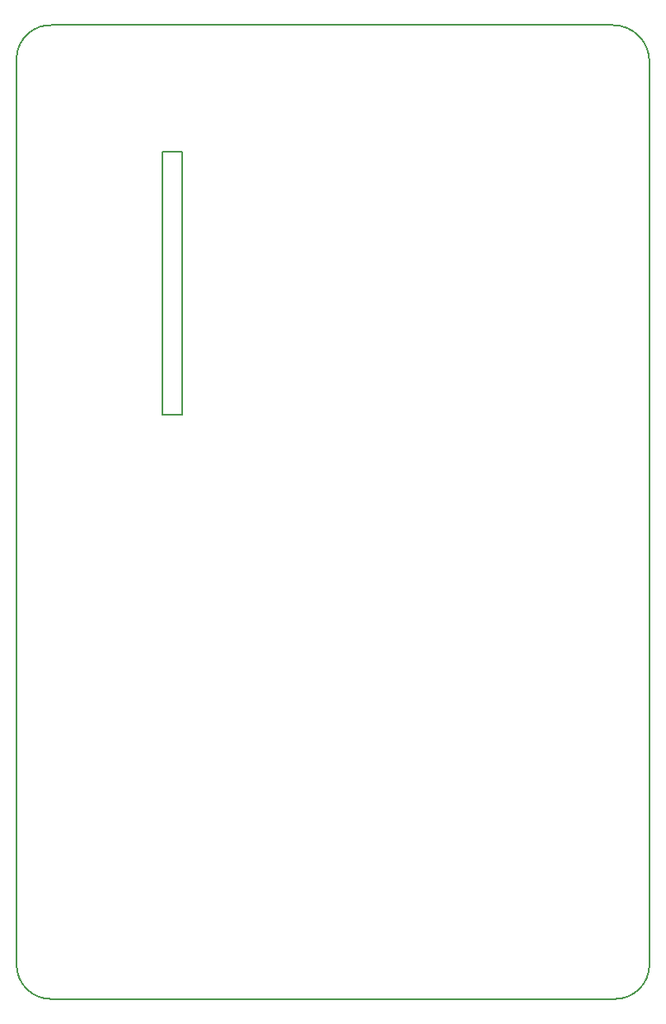
<source format=gbr>
G04 #@! TF.FileFunction,Profile,NP*
%FSLAX46Y46*%
G04 Gerber Fmt 4.6, Leading zero omitted, Abs format (unit mm)*
G04 Created by KiCad (PCBNEW 4.0.5) date 03/19/17 00:11:40*
%MOMM*%
%LPD*%
G01*
G04 APERTURE LIST*
%ADD10C,0.100000*%
%ADD11C,0.150000*%
G04 APERTURE END LIST*
D10*
D11*
X84985000Y-102260000D02*
X86985000Y-102260000D01*
X84985000Y-75260000D02*
X86985000Y-75260000D01*
X86985000Y-102260000D02*
X86985000Y-75260000D01*
X84985000Y-75260000D02*
X84985000Y-102260000D01*
X69985000Y-158760000D02*
X69985000Y-158510000D01*
X131485000Y-162260000D02*
X73485000Y-162260000D01*
X131235000Y-62260000D02*
X73735000Y-62260000D01*
X134985000Y-66010000D02*
G75*
G03X131235000Y-62260000I-3750000J0D01*
G01*
X69985000Y-65510000D02*
X69985000Y-158510000D01*
X73735000Y-62260000D02*
G75*
G03X69985000Y-65510000I-250000J-3500000D01*
G01*
X69985000Y-158760000D02*
G75*
G03X73485000Y-162260000I3500000J0D01*
G01*
X131485000Y-162260000D02*
G75*
G03X134985000Y-158760000I0J3500000D01*
G01*
X134985000Y-66010000D02*
X134985000Y-158760000D01*
M02*

</source>
